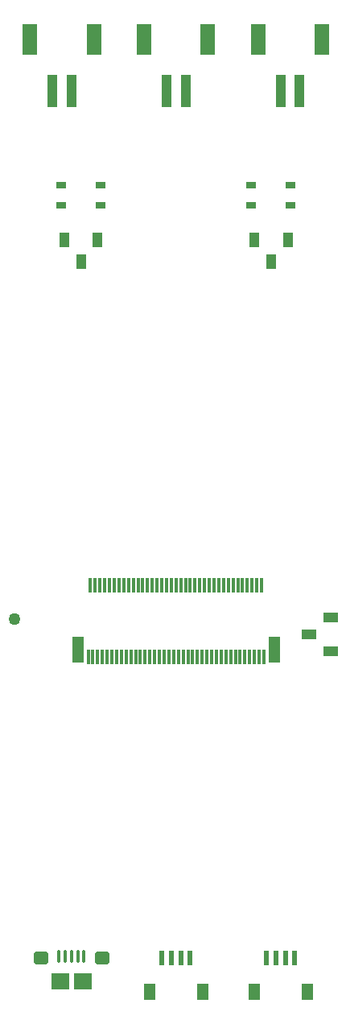
<source format=gtp>
G04*
G04 #@! TF.GenerationSoftware,Altium Limited,Altium Designer,22.4.2 (48)*
G04*
G04 Layer_Color=8421504*
%FSLAX25Y25*%
%MOIN*%
G70*
G04*
G04 #@! TF.SameCoordinates,63F2D315-15D7-4541-B076-0863086383BD*
G04*
G04*
G04 #@! TF.FilePolarity,Positive*
G04*
G01*
G75*
%ADD13C,0.05000*%
%ADD14R,0.06299X0.03937*%
%ADD15R,0.02362X0.06102*%
%ADD16R,0.04724X0.06693*%
%ADD17R,0.05906X0.12598*%
%ADD18R,0.03937X0.13780*%
%ADD19R,0.01181X0.06102*%
%ADD20R,0.04724X0.10827*%
%ADD21O,0.01575X0.05315*%
%ADD22R,0.07480X0.07087*%
G04:AMPARAMS|DCode=23|XSize=62.99mil|YSize=55.12mil|CornerRadius=13.78mil|HoleSize=0mil|Usage=FLASHONLY|Rotation=180.000|XOffset=0mil|YOffset=0mil|HoleType=Round|Shape=RoundedRectangle|*
%AMROUNDEDRECTD23*
21,1,0.06299,0.02756,0,0,180.0*
21,1,0.03543,0.05512,0,0,180.0*
1,1,0.02756,-0.01772,0.01378*
1,1,0.02756,0.01772,0.01378*
1,1,0.02756,0.01772,-0.01378*
1,1,0.02756,-0.01772,-0.01378*
%
%ADD23ROUNDEDRECTD23*%
%ADD24R,0.04134X0.02559*%
%ADD25R,0.03937X0.06299*%
D13*
X33000Y158500D02*
D03*
D14*
X154972Y152000D02*
D03*
X164028Y145110D02*
D03*
Y158890D02*
D03*
D15*
X137402Y18067D02*
D03*
X149213D02*
D03*
X145276D02*
D03*
X141339D02*
D03*
X94095D02*
D03*
X105905D02*
D03*
X101969D02*
D03*
X98032D02*
D03*
D16*
X132283Y4161D02*
D03*
X154331D02*
D03*
X88976D02*
D03*
X111024D02*
D03*
D17*
X113189Y398425D02*
D03*
X86811D02*
D03*
X65945D02*
D03*
X39567D02*
D03*
X160433D02*
D03*
X134055D02*
D03*
D18*
X103937Y376969D02*
D03*
X96063D02*
D03*
X56693D02*
D03*
X48819D02*
D03*
X151181D02*
D03*
X143307D02*
D03*
D19*
X69488Y142618D02*
D03*
X67520D02*
D03*
X71457D02*
D03*
X63583D02*
D03*
X65551D02*
D03*
X79331D02*
D03*
X77362D02*
D03*
X81299D02*
D03*
X73425D02*
D03*
X75394D02*
D03*
X85236D02*
D03*
X83268D02*
D03*
X87205D02*
D03*
X89173D02*
D03*
X97047D02*
D03*
X95079D02*
D03*
X99016D02*
D03*
X91142D02*
D03*
X93110D02*
D03*
X64567Y172343D02*
D03*
X66535D02*
D03*
X68504D02*
D03*
X70472D02*
D03*
X80315D02*
D03*
X78347D02*
D03*
X82284D02*
D03*
X72441D02*
D03*
X74410D02*
D03*
X76378D02*
D03*
X86221D02*
D03*
X84252D02*
D03*
X88189D02*
D03*
X90158D02*
D03*
X98032D02*
D03*
X96063D02*
D03*
X100000D02*
D03*
X92126D02*
D03*
X94095D02*
D03*
X106890Y142618D02*
D03*
X104921D02*
D03*
X108858D02*
D03*
X100984D02*
D03*
X102953D02*
D03*
X116732D02*
D03*
X114764D02*
D03*
X118701D02*
D03*
X110827D02*
D03*
X112795D02*
D03*
X126575D02*
D03*
X124606D02*
D03*
X128543D02*
D03*
X120669D02*
D03*
X122638D02*
D03*
X132480D02*
D03*
X130512D02*
D03*
X134449D02*
D03*
X136417D02*
D03*
X107874Y172343D02*
D03*
X105905D02*
D03*
X109843D02*
D03*
X101969D02*
D03*
X103937D02*
D03*
X115748D02*
D03*
X111811D02*
D03*
X113779D02*
D03*
X117717D02*
D03*
X121653D02*
D03*
X119685D02*
D03*
X123622D02*
D03*
X125591D02*
D03*
X133465D02*
D03*
X131496D02*
D03*
X135433D02*
D03*
X127559D02*
D03*
X129528D02*
D03*
D20*
X59252Y145669D02*
D03*
X140748D02*
D03*
D21*
X59252Y18799D02*
D03*
X61811D02*
D03*
X51575D02*
D03*
X54134D02*
D03*
X56693D02*
D03*
D22*
X51968Y8268D02*
D03*
X61417D02*
D03*
D23*
X44094Y17913D02*
D03*
X69291D02*
D03*
D24*
X147539Y329626D02*
D03*
X131201D02*
D03*
X147539Y338090D02*
D03*
X131201D02*
D03*
X68799Y329626D02*
D03*
X52461D02*
D03*
X68799Y338090D02*
D03*
X52461D02*
D03*
D25*
X139370Y306472D02*
D03*
X146260Y315528D02*
D03*
X132480D02*
D03*
X60630Y306472D02*
D03*
X67520Y315528D02*
D03*
X53740D02*
D03*
M02*

</source>
